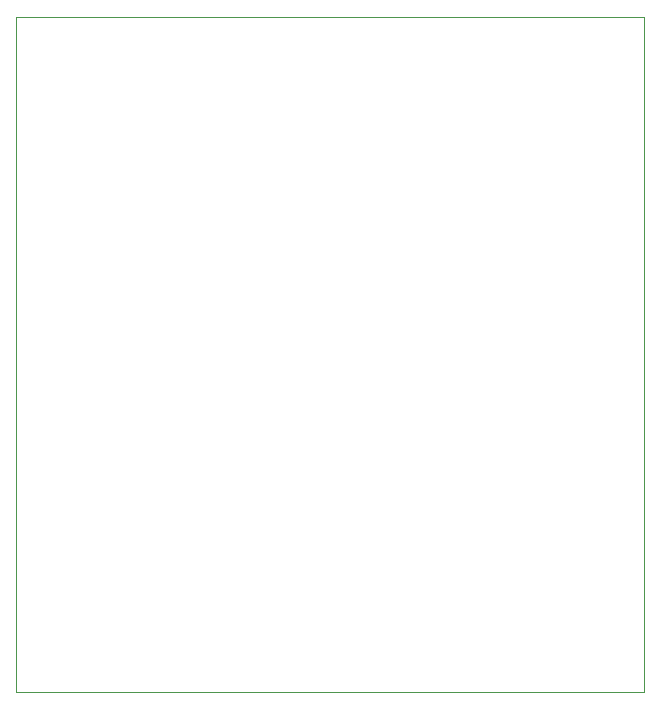
<source format=gbr>
%TF.GenerationSoftware,KiCad,Pcbnew,7.0.7*%
%TF.CreationDate,2023-09-12T23:19:34-05:00*%
%TF.ProjectId,Heater_North_DCT_HSK,48656174-6572-45f4-9e6f-7274685f4443,rev?*%
%TF.SameCoordinates,Original*%
%TF.FileFunction,Glue,Top*%
%TF.FilePolarity,Positive*%
%FSLAX46Y46*%
G04 Gerber Fmt 4.6, Leading zero omitted, Abs format (unit mm)*
G04 Created by KiCad (PCBNEW 7.0.7) date 2023-09-12 23:19:34*
%MOMM*%
%LPD*%
G01*
G04 APERTURE LIST*
%TA.AperFunction,Profile*%
%ADD10C,0.100000*%
%TD*%
G04 APERTURE END LIST*
D10*
X90690200Y-46990000D02*
X143830200Y-46990000D01*
X143830200Y-104140000D01*
X90690200Y-104140000D01*
X90690200Y-46990000D01*
M02*

</source>
